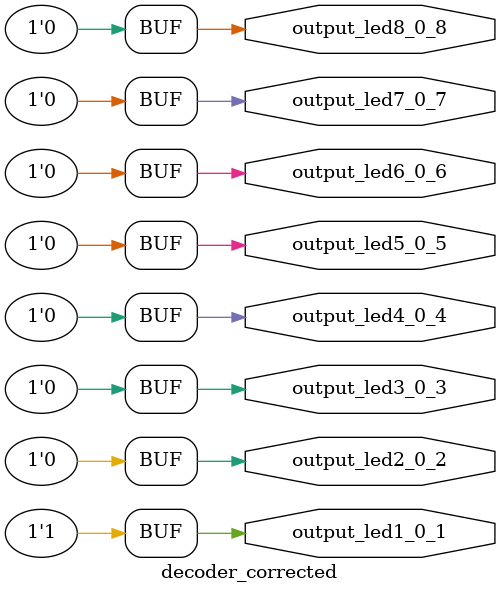
<source format=v>

`timescale 1ns/1ps

module decoder_corrected (
    // ========= Input Ports =========

    // ========= Output Ports =========
    output wire output_led1_0_1,
    output wire output_led2_0_2,
    output wire output_led3_0_3,
    output wire output_led4_0_4,
    output wire output_led5_0_5,
    output wire output_led6_0_6,
    output wire output_led7_0_7,
    output wire output_led8_0_8
);

    // ========= Logic Assignments =========
    // CORRECTED: For hardcoded input 000, output 0 should be active
    assign output_led1_0_1 = (~1'b0 & ~1'b0 & ~1'b0); // LED = (1 & 1 & 1) = 1 ✓
    assign output_led2_0_2 = (1'b0 & ~1'b0 & ~1'b0); // LED = (0 & 1 & 1) = 0 ✓
    assign output_led3_0_3 = (~1'b0 & 1'b0 & ~1'b0); // LED = (1 & 0 & 1) = 0 ✓
    assign output_led4_0_4 = (1'b0 & 1'b0 & ~1'b0); // LED = (0 & 0 & 1) = 0 ✓
    assign output_led5_0_5 = (~1'b0 & ~1'b0 & 1'b0); // LED = (1 & 1 & 0) = 0 ✓
    assign output_led6_0_6 = (1'b0 & ~1'b0 & 1'b0); // LED = (0 & 1 & 0) = 0 ✓
    assign output_led7_0_7 = (~1'b0 & 1'b0 & 1'b0); // LED = (1 & 0 & 0) = 0 ✓
    assign output_led8_0_8 = (1'b0 & 1'b0 & 1'b0); // LED = (0 & 0 & 0) = 0 ✓

endmodule // decoder_corrected

// ====================================================================
// CORRECTED: For input 000, only output_led1_0_1 = 1, pattern = 00000001
// ====================================================================
</source>
